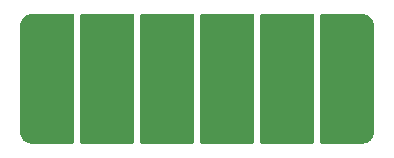
<source format=gbr>
%TF.GenerationSoftware,KiCad,Pcbnew,8.0.5-unknown-202409181836~355805756e~ubuntu22.04.1*%
%TF.CreationDate,2024-10-12T17:39:12+01:00*%
%TF.ProjectId,DRY_ELEC_6CH_MID,4452595f-454c-4454-935f-3643485f4d49,1.0*%
%TF.SameCoordinates,Original*%
%TF.FileFunction,Copper,L4,Bot*%
%TF.FilePolarity,Positive*%
%FSLAX46Y46*%
G04 Gerber Fmt 4.6, Leading zero omitted, Abs format (unit mm)*
G04 Created by KiCad (PCBNEW 8.0.5-unknown-202409181836~355805756e~ubuntu22.04.1) date 2024-10-12 17:39:12*
%MOMM*%
%LPD*%
G01*
G04 APERTURE LIST*
%TA.AperFunction,ComponentPad*%
%ADD10C,1.800000*%
%TD*%
G04 APERTURE END LIST*
D10*
%TO.P,J17,1,Pin_1*%
%TO.N,/filtering_1/ELECTRODE*%
X32539999Y-32000000D03*
%TD*%
%TO.P,J21,1,Pin_1*%
%TO.N,/filtering_5/ELECTRODE*%
X22379999Y-32000000D03*
%TD*%
%TO.P,J20,1,Pin_1*%
%TO.N,/filtering_4/ELECTRODE*%
X17299999Y-31400000D03*
%TD*%
%TO.P,J18,1,Pin_1*%
%TO.N,/filtering_2/ELECTRODE*%
X37619999Y-32000000D03*
%TD*%
%TO.P,J22,1,Pin_1*%
%TO.N,/filtering_6/ELECTRODE*%
X27459999Y-32000000D03*
%TD*%
%TO.P,J19,1,Pin_1*%
%TO.N,/filtering_3/ELECTRODE*%
X42699999Y-31400000D03*
%TD*%
%TA.AperFunction,Conductor*%
%TO.N,/filtering_5/ELECTRODE*%
G36*
X24623038Y-25530185D02*
G01*
X24668793Y-25582989D01*
X24679999Y-25634500D01*
X24679999Y-36365500D01*
X24660314Y-36432539D01*
X24607510Y-36478294D01*
X24555999Y-36489500D01*
X20203999Y-36489500D01*
X20136960Y-36469815D01*
X20091205Y-36417011D01*
X20079999Y-36365500D01*
X20079999Y-25634500D01*
X20099684Y-25567461D01*
X20152488Y-25521706D01*
X20203999Y-25510500D01*
X24555999Y-25510500D01*
X24623038Y-25530185D01*
G37*
%TD.AperFunction*%
%TD*%
%TA.AperFunction,Conductor*%
%TO.N,/filtering_3/ELECTRODE*%
G36*
X44005393Y-25510971D02*
G01*
X44161018Y-25524587D01*
X44182296Y-25528338D01*
X44327950Y-25567366D01*
X44348259Y-25574759D01*
X44450050Y-25622224D01*
X44484919Y-25638484D01*
X44503630Y-25649286D01*
X44627148Y-25735774D01*
X44643706Y-25749667D01*
X44750331Y-25856291D01*
X44764225Y-25872850D01*
X44850709Y-25996362D01*
X44861516Y-26015081D01*
X44925240Y-26151739D01*
X44932633Y-26172049D01*
X44971659Y-26317696D01*
X44975412Y-26338982D01*
X44989027Y-26494593D01*
X44989499Y-26505401D01*
X44989499Y-35494587D01*
X44989027Y-35505395D01*
X44975411Y-35661017D01*
X44971658Y-35682303D01*
X44932632Y-35827950D01*
X44925239Y-35848261D01*
X44861516Y-35984915D01*
X44850709Y-36003633D01*
X44764219Y-36127154D01*
X44750325Y-36143712D01*
X44643711Y-36250326D01*
X44627153Y-36264220D01*
X44503631Y-36350711D01*
X44484913Y-36361518D01*
X44348263Y-36425239D01*
X44327951Y-36432632D01*
X44182301Y-36471658D01*
X44161016Y-36475411D01*
X44047747Y-36485321D01*
X44005379Y-36489028D01*
X43994577Y-36489500D01*
X40523999Y-36489500D01*
X40456960Y-36469815D01*
X40411205Y-36417011D01*
X40399999Y-36365500D01*
X40399999Y-25634500D01*
X40419684Y-25567461D01*
X40472488Y-25521706D01*
X40523999Y-25510500D01*
X43994587Y-25510500D01*
X44005393Y-25510971D01*
G37*
%TD.AperFunction*%
%TD*%
%TA.AperFunction,Conductor*%
%TO.N,/filtering_1/ELECTRODE*%
G36*
X34783038Y-25530185D02*
G01*
X34828793Y-25582989D01*
X34839999Y-25634500D01*
X34839999Y-36365500D01*
X34820314Y-36432539D01*
X34767510Y-36478294D01*
X34715999Y-36489500D01*
X30363999Y-36489500D01*
X30296960Y-36469815D01*
X30251205Y-36417011D01*
X30239999Y-36365500D01*
X30239999Y-25634500D01*
X30259684Y-25567461D01*
X30312488Y-25521706D01*
X30363999Y-25510500D01*
X34715999Y-25510500D01*
X34783038Y-25530185D01*
G37*
%TD.AperFunction*%
%TD*%
%TA.AperFunction,Conductor*%
%TO.N,/filtering_4/ELECTRODE*%
G36*
X19543038Y-25530185D02*
G01*
X19588793Y-25582989D01*
X19599999Y-25634500D01*
X19599999Y-36365500D01*
X19580314Y-36432539D01*
X19527510Y-36478294D01*
X19475999Y-36489500D01*
X16005411Y-36489500D01*
X15994605Y-36489028D01*
X15969583Y-36486838D01*
X15838981Y-36475412D01*
X15817695Y-36471659D01*
X15672048Y-36432633D01*
X15651737Y-36425240D01*
X15515083Y-36361517D01*
X15496365Y-36350710D01*
X15372848Y-36264223D01*
X15356290Y-36250329D01*
X15249670Y-36143709D01*
X15235776Y-36127151D01*
X15149289Y-36003633D01*
X15138482Y-35984915D01*
X15074759Y-35848261D01*
X15067366Y-35827950D01*
X15028338Y-35682297D01*
X15024587Y-35661016D01*
X15010971Y-35505384D01*
X15010499Y-35494577D01*
X15010499Y-26505412D01*
X15010971Y-26494605D01*
X15024586Y-26338983D01*
X15028337Y-26317704D01*
X15067366Y-26172044D01*
X15074758Y-26151739D01*
X15112261Y-26071313D01*
X15138485Y-26015074D01*
X15149282Y-25996373D01*
X15235778Y-25872843D01*
X15249661Y-25856297D01*
X15356298Y-25749661D01*
X15372837Y-25735783D01*
X15496369Y-25649284D01*
X15515079Y-25638483D01*
X15651737Y-25574758D01*
X15672043Y-25567366D01*
X15817703Y-25528337D01*
X15838977Y-25524586D01*
X15994593Y-25510971D01*
X16005400Y-25510500D01*
X19475999Y-25510500D01*
X19543038Y-25530185D01*
G37*
%TD.AperFunction*%
%TD*%
%TA.AperFunction,Conductor*%
%TO.N,/filtering_6/ELECTRODE*%
G36*
X29703038Y-25530185D02*
G01*
X29748793Y-25582989D01*
X29759999Y-25634500D01*
X29759999Y-36365500D01*
X29740314Y-36432539D01*
X29687510Y-36478294D01*
X29635999Y-36489500D01*
X25283999Y-36489500D01*
X25216960Y-36469815D01*
X25171205Y-36417011D01*
X25159999Y-36365500D01*
X25159999Y-25634500D01*
X25179684Y-25567461D01*
X25232488Y-25521706D01*
X25283999Y-25510500D01*
X29635999Y-25510500D01*
X29703038Y-25530185D01*
G37*
%TD.AperFunction*%
%TD*%
%TA.AperFunction,Conductor*%
%TO.N,/filtering_2/ELECTRODE*%
G36*
X39863038Y-25530185D02*
G01*
X39908793Y-25582989D01*
X39919999Y-25634500D01*
X39919999Y-36365500D01*
X39900314Y-36432539D01*
X39847510Y-36478294D01*
X39795999Y-36489500D01*
X35443999Y-36489500D01*
X35376960Y-36469815D01*
X35331205Y-36417011D01*
X35319999Y-36365500D01*
X35319999Y-25634500D01*
X35339684Y-25567461D01*
X35392488Y-25521706D01*
X35443999Y-25510500D01*
X39795999Y-25510500D01*
X39863038Y-25530185D01*
G37*
%TD.AperFunction*%
%TD*%
M02*

</source>
